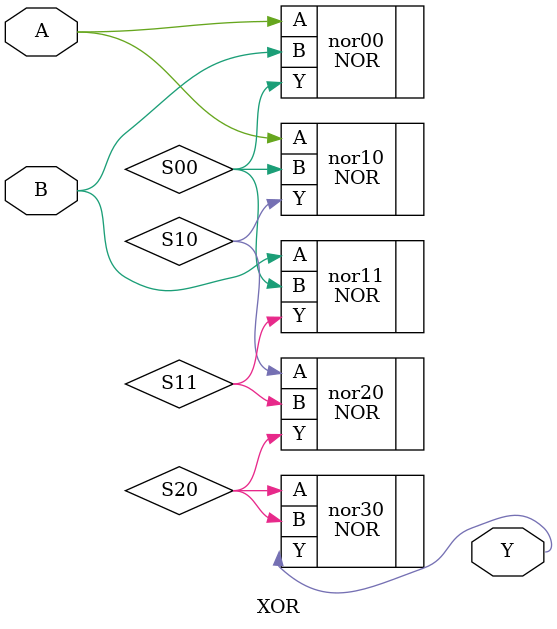
<source format=v>
/*
 * Copyright 2020-2022 F4PGA Authors
 *
 * Licensed under the Apache License, Version 2.0 (the "License");
 * you may not use this file except in compliance with the License.
 * You may obtain a copy of the License at
 *
 *     http://www.apache.org/licenses/LICENSE-2.0
 *
 * Unless required by applicable law or agreed to in writing, software
 * distributed under the License is distributed on an "AS IS" BASIS,
 * WITHOUT WARRANTIES OR CONDITIONS OF ANY KIND, either express or implied.
 * See the License for the specific language governing permissions and
 * limitations under the License.
 *
 * SPDX-License-Identifier: Apache-2.0
 */

`include "../nor/nor.sim.v"

module XOR (
    input  A,
    input  B,
    output Y
);

    wire S00;
    NOR nor00 (.A(A), .B(B), .Y(S00));

    wire S10;
    wire S11;
    NOR nor10 (.A(A), .B(S00), .Y(S10));
    NOR nor11 (.A(B), .B(S00), .Y(S11));

    wire S20;
    NOR nor20 (.A(S10), .B(S11), .Y(S20));

    NOR nor30 (.A(S20), .B(S20), .Y(Y));

endmodule

</source>
